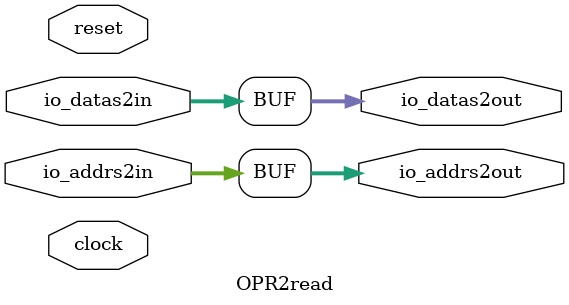
<source format=v>
module OPR2read(
  input         clock,
  input         reset,
  input  [4:0]  io_addrs2in,
  input  [31:0] io_datas2in,
  output [4:0]  io_addrs2out,
  output [31:0] io_datas2out
);
  assign io_addrs2out = io_addrs2in; // @[OPR2read.scala 23:25 26:15]
  assign io_datas2out = io_datas2in; // @[OPR2read.scala 24:25 27:15]
endmodule

</source>
